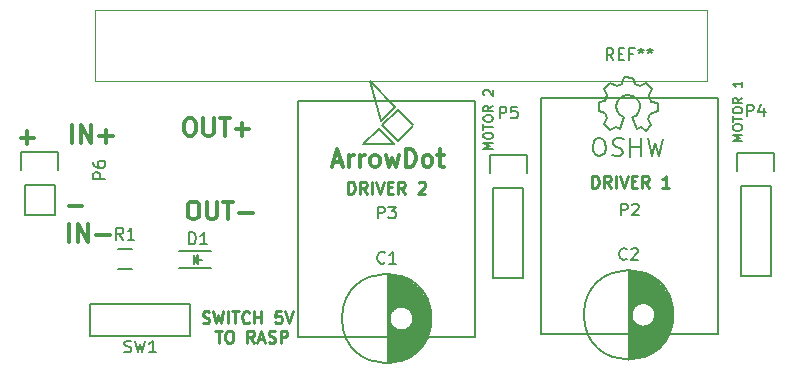
<source format=gbr>
G04 #@! TF.FileFunction,Legend,Top*
%FSLAX46Y46*%
G04 Gerber Fmt 4.6, Leading zero omitted, Abs format (unit mm)*
G04 Created by KiCad (PCBNEW 4.0.2+dfsg1-stable) date ថ្ងៃ​ព្រហស្បតិ៍ ថ្ងៃ 15 ខែ មិនា ឆ្នាំ  2018, 15 ម៉ោង m នាទី 55 វិនាទី​*
%MOMM*%
G01*
G04 APERTURE LIST*
%ADD10C,0.100000*%
%ADD11C,0.300000*%
%ADD12C,0.150000*%
%ADD13C,0.200000*%
%ADD14C,0.250000*%
G04 APERTURE END LIST*
D10*
D11*
X147892857Y-106900000D02*
X148607143Y-106900000D01*
X147750000Y-107328571D02*
X148250000Y-105828571D01*
X148750000Y-107328571D01*
X149250000Y-107328571D02*
X149250000Y-106328571D01*
X149250000Y-106614286D02*
X149321428Y-106471429D01*
X149392857Y-106400000D01*
X149535714Y-106328571D01*
X149678571Y-106328571D01*
X150178571Y-107328571D02*
X150178571Y-106328571D01*
X150178571Y-106614286D02*
X150249999Y-106471429D01*
X150321428Y-106400000D01*
X150464285Y-106328571D01*
X150607142Y-106328571D01*
X151321428Y-107328571D02*
X151178570Y-107257143D01*
X151107142Y-107185714D01*
X151035713Y-107042857D01*
X151035713Y-106614286D01*
X151107142Y-106471429D01*
X151178570Y-106400000D01*
X151321428Y-106328571D01*
X151535713Y-106328571D01*
X151678570Y-106400000D01*
X151749999Y-106471429D01*
X151821428Y-106614286D01*
X151821428Y-107042857D01*
X151749999Y-107185714D01*
X151678570Y-107257143D01*
X151535713Y-107328571D01*
X151321428Y-107328571D01*
X152321428Y-106328571D02*
X152607142Y-107328571D01*
X152892856Y-106614286D01*
X153178571Y-107328571D01*
X153464285Y-106328571D01*
X154035714Y-107328571D02*
X154035714Y-105828571D01*
X154392857Y-105828571D01*
X154607142Y-105900000D01*
X154750000Y-106042857D01*
X154821428Y-106185714D01*
X154892857Y-106471429D01*
X154892857Y-106685714D01*
X154821428Y-106971429D01*
X154750000Y-107114286D01*
X154607142Y-107257143D01*
X154392857Y-107328571D01*
X154035714Y-107328571D01*
X155750000Y-107328571D02*
X155607142Y-107257143D01*
X155535714Y-107185714D01*
X155464285Y-107042857D01*
X155464285Y-106614286D01*
X155535714Y-106471429D01*
X155607142Y-106400000D01*
X155750000Y-106328571D01*
X155964285Y-106328571D01*
X156107142Y-106400000D01*
X156178571Y-106471429D01*
X156250000Y-106614286D01*
X156250000Y-107042857D01*
X156178571Y-107185714D01*
X156107142Y-107257143D01*
X155964285Y-107328571D01*
X155750000Y-107328571D01*
X156678571Y-106328571D02*
X157250000Y-106328571D01*
X156892857Y-105828571D02*
X156892857Y-107114286D01*
X156964285Y-107257143D01*
X157107143Y-107328571D01*
X157250000Y-107328571D01*
D12*
X151000000Y-100050000D02*
X151900000Y-103500000D01*
X153100000Y-102300000D02*
X151000000Y-100050000D01*
X151900000Y-103500000D02*
X153100000Y-102300000D01*
X153350000Y-102500000D02*
X152050000Y-103800000D01*
X154650000Y-103800000D02*
X153350000Y-102500000D01*
X153400000Y-105150000D02*
X154650000Y-103850000D01*
X152050000Y-103800000D02*
X153400000Y-105150000D01*
X153000000Y-105400000D02*
X151750000Y-104100000D01*
X150450000Y-105400000D02*
X153000000Y-105400000D01*
X151750000Y-104100000D02*
X150450000Y-105400000D01*
D13*
X161411905Y-105845238D02*
X160611905Y-105845238D01*
X161183333Y-105578571D01*
X160611905Y-105311904D01*
X161411905Y-105311904D01*
X160611905Y-104778571D02*
X160611905Y-104626190D01*
X160650000Y-104549999D01*
X160726190Y-104473809D01*
X160878571Y-104435714D01*
X161145238Y-104435714D01*
X161297619Y-104473809D01*
X161373810Y-104549999D01*
X161411905Y-104626190D01*
X161411905Y-104778571D01*
X161373810Y-104854761D01*
X161297619Y-104930952D01*
X161145238Y-104969047D01*
X160878571Y-104969047D01*
X160726190Y-104930952D01*
X160650000Y-104854761D01*
X160611905Y-104778571D01*
X160611905Y-104207143D02*
X160611905Y-103750000D01*
X161411905Y-103978571D02*
X160611905Y-103978571D01*
X160611905Y-103330952D02*
X160611905Y-103178571D01*
X160650000Y-103102380D01*
X160726190Y-103026190D01*
X160878571Y-102988095D01*
X161145238Y-102988095D01*
X161297619Y-103026190D01*
X161373810Y-103102380D01*
X161411905Y-103178571D01*
X161411905Y-103330952D01*
X161373810Y-103407142D01*
X161297619Y-103483333D01*
X161145238Y-103521428D01*
X160878571Y-103521428D01*
X160726190Y-103483333D01*
X160650000Y-103407142D01*
X160611905Y-103330952D01*
X161411905Y-102188095D02*
X161030952Y-102454762D01*
X161411905Y-102645238D02*
X160611905Y-102645238D01*
X160611905Y-102340476D01*
X160650000Y-102264285D01*
X160688095Y-102226190D01*
X160764286Y-102188095D01*
X160878571Y-102188095D01*
X160954762Y-102226190D01*
X160992857Y-102264285D01*
X161030952Y-102340476D01*
X161030952Y-102645238D01*
X160688095Y-101273809D02*
X160650000Y-101235714D01*
X160611905Y-101159523D01*
X160611905Y-100969047D01*
X160650000Y-100892857D01*
X160688095Y-100854761D01*
X160764286Y-100816666D01*
X160840476Y-100816666D01*
X160954762Y-100854761D01*
X161411905Y-101311904D01*
X161411905Y-100816666D01*
X182521905Y-105145238D02*
X181721905Y-105145238D01*
X182293333Y-104878571D01*
X181721905Y-104611904D01*
X182521905Y-104611904D01*
X181721905Y-104078571D02*
X181721905Y-103926190D01*
X181760000Y-103849999D01*
X181836190Y-103773809D01*
X181988571Y-103735714D01*
X182255238Y-103735714D01*
X182407619Y-103773809D01*
X182483810Y-103849999D01*
X182521905Y-103926190D01*
X182521905Y-104078571D01*
X182483810Y-104154761D01*
X182407619Y-104230952D01*
X182255238Y-104269047D01*
X181988571Y-104269047D01*
X181836190Y-104230952D01*
X181760000Y-104154761D01*
X181721905Y-104078571D01*
X181721905Y-103507143D02*
X181721905Y-103050000D01*
X182521905Y-103278571D02*
X181721905Y-103278571D01*
X181721905Y-102630952D02*
X181721905Y-102478571D01*
X181760000Y-102402380D01*
X181836190Y-102326190D01*
X181988571Y-102288095D01*
X182255238Y-102288095D01*
X182407619Y-102326190D01*
X182483810Y-102402380D01*
X182521905Y-102478571D01*
X182521905Y-102630952D01*
X182483810Y-102707142D01*
X182407619Y-102783333D01*
X182255238Y-102821428D01*
X181988571Y-102821428D01*
X181836190Y-102783333D01*
X181760000Y-102707142D01*
X181721905Y-102630952D01*
X182521905Y-101488095D02*
X182140952Y-101754762D01*
X182521905Y-101945238D02*
X181721905Y-101945238D01*
X181721905Y-101640476D01*
X181760000Y-101564285D01*
X181798095Y-101526190D01*
X181874286Y-101488095D01*
X181988571Y-101488095D01*
X182064762Y-101526190D01*
X182102857Y-101564285D01*
X182140952Y-101640476D01*
X182140952Y-101945238D01*
X182521905Y-100116666D02*
X182521905Y-100573809D01*
X182521905Y-100345238D02*
X181721905Y-100345238D01*
X181836190Y-100421428D01*
X181912381Y-100497619D01*
X181950476Y-100573809D01*
D14*
X169811905Y-109102381D02*
X169811905Y-108102381D01*
X170050000Y-108102381D01*
X170192858Y-108150000D01*
X170288096Y-108245238D01*
X170335715Y-108340476D01*
X170383334Y-108530952D01*
X170383334Y-108673810D01*
X170335715Y-108864286D01*
X170288096Y-108959524D01*
X170192858Y-109054762D01*
X170050000Y-109102381D01*
X169811905Y-109102381D01*
X171383334Y-109102381D02*
X171050000Y-108626190D01*
X170811905Y-109102381D02*
X170811905Y-108102381D01*
X171192858Y-108102381D01*
X171288096Y-108150000D01*
X171335715Y-108197619D01*
X171383334Y-108292857D01*
X171383334Y-108435714D01*
X171335715Y-108530952D01*
X171288096Y-108578571D01*
X171192858Y-108626190D01*
X170811905Y-108626190D01*
X171811905Y-109102381D02*
X171811905Y-108102381D01*
X172145238Y-108102381D02*
X172478571Y-109102381D01*
X172811905Y-108102381D01*
X173145238Y-108578571D02*
X173478572Y-108578571D01*
X173621429Y-109102381D02*
X173145238Y-109102381D01*
X173145238Y-108102381D01*
X173621429Y-108102381D01*
X174621429Y-109102381D02*
X174288095Y-108626190D01*
X174050000Y-109102381D02*
X174050000Y-108102381D01*
X174430953Y-108102381D01*
X174526191Y-108150000D01*
X174573810Y-108197619D01*
X174621429Y-108292857D01*
X174621429Y-108435714D01*
X174573810Y-108530952D01*
X174526191Y-108578571D01*
X174430953Y-108626190D01*
X174050000Y-108626190D01*
X176335715Y-109102381D02*
X175764286Y-109102381D01*
X176050000Y-109102381D02*
X176050000Y-108102381D01*
X175954762Y-108245238D01*
X175859524Y-108340476D01*
X175764286Y-108388095D01*
X149161905Y-109602381D02*
X149161905Y-108602381D01*
X149400000Y-108602381D01*
X149542858Y-108650000D01*
X149638096Y-108745238D01*
X149685715Y-108840476D01*
X149733334Y-109030952D01*
X149733334Y-109173810D01*
X149685715Y-109364286D01*
X149638096Y-109459524D01*
X149542858Y-109554762D01*
X149400000Y-109602381D01*
X149161905Y-109602381D01*
X150733334Y-109602381D02*
X150400000Y-109126190D01*
X150161905Y-109602381D02*
X150161905Y-108602381D01*
X150542858Y-108602381D01*
X150638096Y-108650000D01*
X150685715Y-108697619D01*
X150733334Y-108792857D01*
X150733334Y-108935714D01*
X150685715Y-109030952D01*
X150638096Y-109078571D01*
X150542858Y-109126190D01*
X150161905Y-109126190D01*
X151161905Y-109602381D02*
X151161905Y-108602381D01*
X151495238Y-108602381D02*
X151828571Y-109602381D01*
X152161905Y-108602381D01*
X152495238Y-109078571D02*
X152828572Y-109078571D01*
X152971429Y-109602381D02*
X152495238Y-109602381D01*
X152495238Y-108602381D01*
X152971429Y-108602381D01*
X153971429Y-109602381D02*
X153638095Y-109126190D01*
X153400000Y-109602381D02*
X153400000Y-108602381D01*
X153780953Y-108602381D01*
X153876191Y-108650000D01*
X153923810Y-108697619D01*
X153971429Y-108792857D01*
X153971429Y-108935714D01*
X153923810Y-109030952D01*
X153876191Y-109078571D01*
X153780953Y-109126190D01*
X153400000Y-109126190D01*
X155114286Y-108697619D02*
X155161905Y-108650000D01*
X155257143Y-108602381D01*
X155495239Y-108602381D01*
X155590477Y-108650000D01*
X155638096Y-108697619D01*
X155685715Y-108792857D01*
X155685715Y-108888095D01*
X155638096Y-109030952D01*
X155066667Y-109602381D01*
X155685715Y-109602381D01*
D11*
X135921428Y-110278571D02*
X136207142Y-110278571D01*
X136350000Y-110350000D01*
X136492857Y-110492857D01*
X136564285Y-110778571D01*
X136564285Y-111278571D01*
X136492857Y-111564286D01*
X136350000Y-111707143D01*
X136207142Y-111778571D01*
X135921428Y-111778571D01*
X135778571Y-111707143D01*
X135635714Y-111564286D01*
X135564285Y-111278571D01*
X135564285Y-110778571D01*
X135635714Y-110492857D01*
X135778571Y-110350000D01*
X135921428Y-110278571D01*
X137207143Y-110278571D02*
X137207143Y-111492857D01*
X137278571Y-111635714D01*
X137350000Y-111707143D01*
X137492857Y-111778571D01*
X137778571Y-111778571D01*
X137921429Y-111707143D01*
X137992857Y-111635714D01*
X138064286Y-111492857D01*
X138064286Y-110278571D01*
X138564286Y-110278571D02*
X139421429Y-110278571D01*
X138992858Y-111778571D02*
X138992858Y-110278571D01*
X139921429Y-111207143D02*
X141064286Y-111207143D01*
X135621428Y-103228571D02*
X135907142Y-103228571D01*
X136050000Y-103300000D01*
X136192857Y-103442857D01*
X136264285Y-103728571D01*
X136264285Y-104228571D01*
X136192857Y-104514286D01*
X136050000Y-104657143D01*
X135907142Y-104728571D01*
X135621428Y-104728571D01*
X135478571Y-104657143D01*
X135335714Y-104514286D01*
X135264285Y-104228571D01*
X135264285Y-103728571D01*
X135335714Y-103442857D01*
X135478571Y-103300000D01*
X135621428Y-103228571D01*
X136907143Y-103228571D02*
X136907143Y-104442857D01*
X136978571Y-104585714D01*
X137050000Y-104657143D01*
X137192857Y-104728571D01*
X137478571Y-104728571D01*
X137621429Y-104657143D01*
X137692857Y-104585714D01*
X137764286Y-104442857D01*
X137764286Y-103228571D01*
X138264286Y-103228571D02*
X139121429Y-103228571D01*
X138692858Y-104728571D02*
X138692858Y-103228571D01*
X139621429Y-104157143D02*
X140764286Y-104157143D01*
X140192857Y-104728571D02*
X140192857Y-103585714D01*
D14*
X136833333Y-120529762D02*
X136976190Y-120577381D01*
X137214286Y-120577381D01*
X137309524Y-120529762D01*
X137357143Y-120482143D01*
X137404762Y-120386905D01*
X137404762Y-120291667D01*
X137357143Y-120196429D01*
X137309524Y-120148810D01*
X137214286Y-120101190D01*
X137023809Y-120053571D01*
X136928571Y-120005952D01*
X136880952Y-119958333D01*
X136833333Y-119863095D01*
X136833333Y-119767857D01*
X136880952Y-119672619D01*
X136928571Y-119625000D01*
X137023809Y-119577381D01*
X137261905Y-119577381D01*
X137404762Y-119625000D01*
X137738095Y-119577381D02*
X137976190Y-120577381D01*
X138166667Y-119863095D01*
X138357143Y-120577381D01*
X138595238Y-119577381D01*
X138976190Y-120577381D02*
X138976190Y-119577381D01*
X139309523Y-119577381D02*
X139880952Y-119577381D01*
X139595237Y-120577381D02*
X139595237Y-119577381D01*
X140785714Y-120482143D02*
X140738095Y-120529762D01*
X140595238Y-120577381D01*
X140500000Y-120577381D01*
X140357142Y-120529762D01*
X140261904Y-120434524D01*
X140214285Y-120339286D01*
X140166666Y-120148810D01*
X140166666Y-120005952D01*
X140214285Y-119815476D01*
X140261904Y-119720238D01*
X140357142Y-119625000D01*
X140500000Y-119577381D01*
X140595238Y-119577381D01*
X140738095Y-119625000D01*
X140785714Y-119672619D01*
X141214285Y-120577381D02*
X141214285Y-119577381D01*
X141214285Y-120053571D02*
X141785714Y-120053571D01*
X141785714Y-120577381D02*
X141785714Y-119577381D01*
X143500000Y-119577381D02*
X143023809Y-119577381D01*
X142976190Y-120053571D01*
X143023809Y-120005952D01*
X143119047Y-119958333D01*
X143357143Y-119958333D01*
X143452381Y-120005952D01*
X143500000Y-120053571D01*
X143547619Y-120148810D01*
X143547619Y-120386905D01*
X143500000Y-120482143D01*
X143452381Y-120529762D01*
X143357143Y-120577381D01*
X143119047Y-120577381D01*
X143023809Y-120529762D01*
X142976190Y-120482143D01*
X143833333Y-119577381D02*
X144166666Y-120577381D01*
X144500000Y-119577381D01*
X137904762Y-121227381D02*
X138476191Y-121227381D01*
X138190476Y-122227381D02*
X138190476Y-121227381D01*
X139000000Y-121227381D02*
X139190477Y-121227381D01*
X139285715Y-121275000D01*
X139380953Y-121370238D01*
X139428572Y-121560714D01*
X139428572Y-121894048D01*
X139380953Y-122084524D01*
X139285715Y-122179762D01*
X139190477Y-122227381D01*
X139000000Y-122227381D01*
X138904762Y-122179762D01*
X138809524Y-122084524D01*
X138761905Y-121894048D01*
X138761905Y-121560714D01*
X138809524Y-121370238D01*
X138904762Y-121275000D01*
X139000000Y-121227381D01*
X141190477Y-122227381D02*
X140857143Y-121751190D01*
X140619048Y-122227381D02*
X140619048Y-121227381D01*
X141000001Y-121227381D01*
X141095239Y-121275000D01*
X141142858Y-121322619D01*
X141190477Y-121417857D01*
X141190477Y-121560714D01*
X141142858Y-121655952D01*
X141095239Y-121703571D01*
X141000001Y-121751190D01*
X140619048Y-121751190D01*
X141571429Y-121941667D02*
X142047620Y-121941667D01*
X141476191Y-122227381D02*
X141809524Y-121227381D01*
X142142858Y-122227381D01*
X142428572Y-122179762D02*
X142571429Y-122227381D01*
X142809525Y-122227381D01*
X142904763Y-122179762D01*
X142952382Y-122132143D01*
X143000001Y-122036905D01*
X143000001Y-121941667D01*
X142952382Y-121846429D01*
X142904763Y-121798810D01*
X142809525Y-121751190D01*
X142619048Y-121703571D01*
X142523810Y-121655952D01*
X142476191Y-121608333D01*
X142428572Y-121513095D01*
X142428572Y-121417857D01*
X142476191Y-121322619D01*
X142523810Y-121275000D01*
X142619048Y-121227381D01*
X142857144Y-121227381D01*
X143000001Y-121275000D01*
X143428572Y-122227381D02*
X143428572Y-121227381D01*
X143809525Y-121227381D01*
X143904763Y-121275000D01*
X143952382Y-121322619D01*
X144000001Y-121417857D01*
X144000001Y-121560714D01*
X143952382Y-121655952D01*
X143904763Y-121703571D01*
X143809525Y-121751190D01*
X143428572Y-121751190D01*
D11*
X125535714Y-113678571D02*
X125535714Y-112178571D01*
X126250000Y-113678571D02*
X126250000Y-112178571D01*
X127107143Y-113678571D01*
X127107143Y-112178571D01*
X127821429Y-113107143D02*
X128964286Y-113107143D01*
X125785714Y-105328571D02*
X125785714Y-103828571D01*
X126500000Y-105328571D02*
X126500000Y-103828571D01*
X127357143Y-105328571D01*
X127357143Y-103828571D01*
X128071429Y-104757143D02*
X129214286Y-104757143D01*
X128642857Y-105328571D02*
X128642857Y-104185714D01*
X126621428Y-110657143D02*
X125478571Y-110657143D01*
X122571428Y-104857143D02*
X121428571Y-104857143D01*
X122000000Y-105428571D02*
X122000000Y-104285714D01*
D10*
X179510000Y-100040000D02*
X127760000Y-100040000D01*
X179510000Y-94040000D02*
X179510000Y-100040000D01*
X127760000Y-94040000D02*
X179510000Y-94040000D01*
X127760000Y-100040000D02*
X127760000Y-94040000D01*
D12*
X182390000Y-108980000D02*
X182390000Y-116600000D01*
X184930000Y-108980000D02*
X184930000Y-116600000D01*
X185210000Y-106160000D02*
X185210000Y-107710000D01*
X182390000Y-116600000D02*
X184930000Y-116600000D01*
X184930000Y-108980000D02*
X182390000Y-108980000D01*
X182110000Y-107710000D02*
X182110000Y-106160000D01*
X182110000Y-106160000D02*
X185210000Y-106160000D01*
X152495000Y-116431000D02*
X152495000Y-123929000D01*
X152635000Y-116436000D02*
X152635000Y-123924000D01*
X152775000Y-116447000D02*
X152775000Y-119734000D01*
X152775000Y-120626000D02*
X152775000Y-123913000D01*
X152915000Y-116463000D02*
X152915000Y-119524000D01*
X152915000Y-120836000D02*
X152915000Y-123897000D01*
X153055000Y-116484000D02*
X153055000Y-119391000D01*
X153055000Y-120969000D02*
X153055000Y-123876000D01*
X153195000Y-116511000D02*
X153195000Y-119300000D01*
X153195000Y-121060000D02*
X153195000Y-123849000D01*
X153335000Y-116543000D02*
X153335000Y-119238000D01*
X153335000Y-121122000D02*
X153335000Y-123817000D01*
X153475000Y-116581000D02*
X153475000Y-119199000D01*
X153475000Y-121161000D02*
X153475000Y-123779000D01*
X153615000Y-116625000D02*
X153615000Y-119182000D01*
X153615000Y-121178000D02*
X153615000Y-123735000D01*
X153755000Y-116676000D02*
X153755000Y-119184000D01*
X153755000Y-121176000D02*
X153755000Y-123684000D01*
X153895000Y-116732000D02*
X153895000Y-119206000D01*
X153895000Y-121154000D02*
X153895000Y-123628000D01*
X154035000Y-116796000D02*
X154035000Y-119249000D01*
X154035000Y-121111000D02*
X154035000Y-123564000D01*
X154175000Y-116866000D02*
X154175000Y-119317000D01*
X154175000Y-121043000D02*
X154175000Y-123494000D01*
X154315000Y-116944000D02*
X154315000Y-119416000D01*
X154315000Y-120944000D02*
X154315000Y-123416000D01*
X154455000Y-117030000D02*
X154455000Y-119561000D01*
X154455000Y-120799000D02*
X154455000Y-123330000D01*
X154595000Y-117125000D02*
X154595000Y-119800000D01*
X154595000Y-120560000D02*
X154595000Y-123235000D01*
X154735000Y-117230000D02*
X154735000Y-123130000D01*
X154875000Y-117345000D02*
X154875000Y-123015000D01*
X155015000Y-117473000D02*
X155015000Y-122887000D01*
X155155000Y-117614000D02*
X155155000Y-122746000D01*
X155295000Y-117772000D02*
X155295000Y-122588000D01*
X155435000Y-117950000D02*
X155435000Y-122410000D01*
X155575000Y-118153000D02*
X155575000Y-122207000D01*
X155715000Y-118390000D02*
X155715000Y-121970000D01*
X155855000Y-118676000D02*
X155855000Y-121684000D01*
X155995000Y-119048000D02*
X155995000Y-121312000D01*
X156135000Y-119669000D02*
X156135000Y-120691000D01*
X154670000Y-120180000D02*
G75*
G03X154670000Y-120180000I-1000000J0D01*
G01*
X156207500Y-120180000D02*
G75*
G03X156207500Y-120180000I-3787500J0D01*
G01*
X172975000Y-116121000D02*
X172975000Y-123619000D01*
X173115000Y-116126000D02*
X173115000Y-123614000D01*
X173255000Y-116137000D02*
X173255000Y-119424000D01*
X173255000Y-120316000D02*
X173255000Y-123603000D01*
X173395000Y-116153000D02*
X173395000Y-119214000D01*
X173395000Y-120526000D02*
X173395000Y-123587000D01*
X173535000Y-116174000D02*
X173535000Y-119081000D01*
X173535000Y-120659000D02*
X173535000Y-123566000D01*
X173675000Y-116201000D02*
X173675000Y-118990000D01*
X173675000Y-120750000D02*
X173675000Y-123539000D01*
X173815000Y-116233000D02*
X173815000Y-118928000D01*
X173815000Y-120812000D02*
X173815000Y-123507000D01*
X173955000Y-116271000D02*
X173955000Y-118889000D01*
X173955000Y-120851000D02*
X173955000Y-123469000D01*
X174095000Y-116315000D02*
X174095000Y-118872000D01*
X174095000Y-120868000D02*
X174095000Y-123425000D01*
X174235000Y-116366000D02*
X174235000Y-118874000D01*
X174235000Y-120866000D02*
X174235000Y-123374000D01*
X174375000Y-116422000D02*
X174375000Y-118896000D01*
X174375000Y-120844000D02*
X174375000Y-123318000D01*
X174515000Y-116486000D02*
X174515000Y-118939000D01*
X174515000Y-120801000D02*
X174515000Y-123254000D01*
X174655000Y-116556000D02*
X174655000Y-119007000D01*
X174655000Y-120733000D02*
X174655000Y-123184000D01*
X174795000Y-116634000D02*
X174795000Y-119106000D01*
X174795000Y-120634000D02*
X174795000Y-123106000D01*
X174935000Y-116720000D02*
X174935000Y-119251000D01*
X174935000Y-120489000D02*
X174935000Y-123020000D01*
X175075000Y-116815000D02*
X175075000Y-119490000D01*
X175075000Y-120250000D02*
X175075000Y-122925000D01*
X175215000Y-116920000D02*
X175215000Y-122820000D01*
X175355000Y-117035000D02*
X175355000Y-122705000D01*
X175495000Y-117163000D02*
X175495000Y-122577000D01*
X175635000Y-117304000D02*
X175635000Y-122436000D01*
X175775000Y-117462000D02*
X175775000Y-122278000D01*
X175915000Y-117640000D02*
X175915000Y-122100000D01*
X176055000Y-117843000D02*
X176055000Y-121897000D01*
X176195000Y-118080000D02*
X176195000Y-121660000D01*
X176335000Y-118366000D02*
X176335000Y-121374000D01*
X176475000Y-118738000D02*
X176475000Y-121002000D01*
X176615000Y-119359000D02*
X176615000Y-120381000D01*
X175150000Y-119870000D02*
G75*
G03X175150000Y-119870000I-1000000J0D01*
G01*
X176687500Y-119870000D02*
G75*
G03X176687500Y-119870000I-3787500J0D01*
G01*
X134829020Y-115940000D02*
X137529020Y-115940000D01*
X134829020Y-114440000D02*
X137529020Y-114440000D01*
X136329020Y-115340000D02*
X136329020Y-115090000D01*
X136329020Y-115090000D02*
X136179020Y-115240000D01*
X136079020Y-114840000D02*
X136079020Y-115540000D01*
X136429020Y-115190000D02*
X136779020Y-115190000D01*
X136079020Y-115190000D02*
X136429020Y-114840000D01*
X136429020Y-114840000D02*
X136429020Y-115540000D01*
X136429020Y-115540000D02*
X136079020Y-115190000D01*
X180490000Y-121500000D02*
X180490000Y-101500000D01*
X180490000Y-101500000D02*
X165490000Y-101500000D01*
X165490000Y-101500000D02*
X165490000Y-121500000D01*
X165490000Y-121500000D02*
X180490000Y-121500000D01*
X159900000Y-121760000D02*
X159900000Y-101760000D01*
X159900000Y-101760000D02*
X144900000Y-101760000D01*
X144900000Y-101760000D02*
X144900000Y-121760000D01*
X144900000Y-121760000D02*
X159900000Y-121760000D01*
X121480000Y-106060000D02*
X121480000Y-107610000D01*
X121760000Y-111420000D02*
X121760000Y-108880000D01*
X121760000Y-108880000D02*
X124300000Y-108880000D01*
X124580000Y-107610000D02*
X124580000Y-106060000D01*
X124580000Y-106060000D02*
X121480000Y-106060000D01*
X124300000Y-108880000D02*
X124300000Y-111420000D01*
X124300000Y-111420000D02*
X121760000Y-111420000D01*
X130870000Y-116015000D02*
X129670000Y-116015000D01*
X129670000Y-114265000D02*
X130870000Y-114265000D01*
X161450000Y-109150000D02*
X161450000Y-116770000D01*
X163990000Y-109150000D02*
X163990000Y-116770000D01*
X164270000Y-106330000D02*
X164270000Y-107880000D01*
X161450000Y-116770000D02*
X163990000Y-116770000D01*
X163990000Y-109150000D02*
X161450000Y-109150000D01*
X161170000Y-107880000D02*
X161170000Y-106330000D01*
X161170000Y-106330000D02*
X164270000Y-106330000D01*
X135770000Y-118930000D02*
X127270000Y-118930000D01*
X135770000Y-121630000D02*
X135770000Y-118930000D01*
X127270000Y-121630000D02*
X135770000Y-121630000D01*
X127270000Y-118930000D02*
X127270000Y-121630000D01*
X174518780Y-104939860D02*
X174879460Y-106410520D01*
X174879460Y-106410520D02*
X175158860Y-105348800D01*
X175158860Y-105348800D02*
X175468740Y-106420680D01*
X175468740Y-106420680D02*
X175809100Y-104970340D01*
X173098920Y-105630740D02*
X173888860Y-105620580D01*
X173888860Y-105620580D02*
X173899020Y-105630740D01*
X173899020Y-105630740D02*
X173899020Y-105620580D01*
X173939660Y-104909380D02*
X173939660Y-106451160D01*
X173050660Y-104899220D02*
X173050660Y-106468940D01*
X173050660Y-106468940D02*
X173060820Y-106458780D01*
X172499480Y-105000820D02*
X172148960Y-104919540D01*
X172148960Y-104919540D02*
X171828920Y-104909380D01*
X171828920Y-104909380D02*
X171590160Y-105110040D01*
X171590160Y-105110040D02*
X171559680Y-105379280D01*
X171559680Y-105379280D02*
X171800980Y-105620580D01*
X171800980Y-105620580D02*
X172189600Y-105750120D01*
X172189600Y-105750120D02*
X172369940Y-105910140D01*
X172369940Y-105910140D02*
X172410580Y-106209860D01*
X172410580Y-106209860D02*
X172179440Y-106430840D01*
X172179440Y-106430840D02*
X171859400Y-106458780D01*
X171859400Y-106458780D02*
X171508880Y-106349560D01*
X170470020Y-104899220D02*
X170221100Y-104919540D01*
X170221100Y-104919540D02*
X169979800Y-105160840D01*
X169979800Y-105160840D02*
X169890900Y-105651060D01*
X169890900Y-105651060D02*
X169918840Y-105999040D01*
X169918840Y-105999040D02*
X170119500Y-106319080D01*
X170119500Y-106319080D02*
X170370960Y-106441000D01*
X170370960Y-106441000D02*
X170680840Y-106369880D01*
X170680840Y-106369880D02*
X170899280Y-106189540D01*
X170899280Y-106189540D02*
X170970400Y-105729800D01*
X170970400Y-105729800D02*
X170919600Y-105320860D01*
X170919600Y-105320860D02*
X170810380Y-105038920D01*
X170810380Y-105038920D02*
X170449700Y-104909380D01*
X171069460Y-103179640D02*
X170810380Y-103740980D01*
X170810380Y-103740980D02*
X171348860Y-104259140D01*
X171348860Y-104259140D02*
X171869560Y-103989900D01*
X171869560Y-103989900D02*
X172148960Y-104149920D01*
X173589140Y-104129600D02*
X173919340Y-103939100D01*
X173919340Y-103939100D02*
X174358760Y-104269300D01*
X174358760Y-104269300D02*
X174831200Y-103779080D01*
X174831200Y-103779080D02*
X174549260Y-103299020D01*
X174549260Y-103299020D02*
X174739760Y-102829120D01*
X174739760Y-102829120D02*
X175349360Y-102641160D01*
X175349360Y-102641160D02*
X175349360Y-101960440D01*
X175349360Y-101960440D02*
X174790560Y-101820740D01*
X174790560Y-101820740D02*
X174589900Y-101249240D01*
X174589900Y-101249240D02*
X174859140Y-100779340D01*
X174859140Y-100779340D02*
X174389240Y-100268800D01*
X174389240Y-100268800D02*
X173871080Y-100530420D01*
X173871080Y-100530420D02*
X173401180Y-100329760D01*
X173401180Y-100329760D02*
X173231000Y-99788740D01*
X173231000Y-99788740D02*
X172540120Y-99770960D01*
X172540120Y-99770960D02*
X172329300Y-100319600D01*
X172329300Y-100319600D02*
X171910200Y-100489780D01*
X171910200Y-100489780D02*
X171359020Y-100220540D01*
X171359020Y-100220540D02*
X170840860Y-100748860D01*
X170840860Y-100748860D02*
X171089780Y-101289880D01*
X171089780Y-101289880D02*
X170919600Y-101769940D01*
X170919600Y-101769940D02*
X170370960Y-101869000D01*
X170370960Y-101869000D02*
X170360800Y-102570040D01*
X170360800Y-102570040D02*
X170919600Y-102770700D01*
X170919600Y-102770700D02*
X171059300Y-103169480D01*
X173200520Y-103149160D02*
X173500240Y-102999300D01*
X173500240Y-102999300D02*
X173700900Y-102801180D01*
X173700900Y-102801180D02*
X173850760Y-102399860D01*
X173850760Y-102399860D02*
X173850760Y-102001080D01*
X173850760Y-102001080D02*
X173700900Y-101650560D01*
X173700900Y-101650560D02*
X173248780Y-101300040D01*
X173248780Y-101300040D02*
X172799200Y-101249240D01*
X172799200Y-101249240D02*
X172400420Y-101350840D01*
X172400420Y-101350840D02*
X171999100Y-101698820D01*
X171999100Y-101698820D02*
X171849240Y-102150940D01*
X171849240Y-102150940D02*
X171900040Y-102648780D01*
X171900040Y-102648780D02*
X172148960Y-102951040D01*
X172148960Y-102951040D02*
X172499480Y-103149160D01*
X172499480Y-103149160D02*
X172148960Y-104149920D01*
X173200520Y-103149160D02*
X173599300Y-104149920D01*
X182921905Y-103062381D02*
X182921905Y-102062381D01*
X183302858Y-102062381D01*
X183398096Y-102110000D01*
X183445715Y-102157619D01*
X183493334Y-102252857D01*
X183493334Y-102395714D01*
X183445715Y-102490952D01*
X183398096Y-102538571D01*
X183302858Y-102586190D01*
X182921905Y-102586190D01*
X184350477Y-102395714D02*
X184350477Y-103062381D01*
X184112381Y-102014762D02*
X183874286Y-102729048D01*
X184493334Y-102729048D01*
X152253334Y-115437143D02*
X152205715Y-115484762D01*
X152062858Y-115532381D01*
X151967620Y-115532381D01*
X151824762Y-115484762D01*
X151729524Y-115389524D01*
X151681905Y-115294286D01*
X151634286Y-115103810D01*
X151634286Y-114960952D01*
X151681905Y-114770476D01*
X151729524Y-114675238D01*
X151824762Y-114580000D01*
X151967620Y-114532381D01*
X152062858Y-114532381D01*
X152205715Y-114580000D01*
X152253334Y-114627619D01*
X153205715Y-115532381D02*
X152634286Y-115532381D01*
X152920000Y-115532381D02*
X152920000Y-114532381D01*
X152824762Y-114675238D01*
X152729524Y-114770476D01*
X152634286Y-114818095D01*
X172733334Y-115127143D02*
X172685715Y-115174762D01*
X172542858Y-115222381D01*
X172447620Y-115222381D01*
X172304762Y-115174762D01*
X172209524Y-115079524D01*
X172161905Y-114984286D01*
X172114286Y-114793810D01*
X172114286Y-114650952D01*
X172161905Y-114460476D01*
X172209524Y-114365238D01*
X172304762Y-114270000D01*
X172447620Y-114222381D01*
X172542858Y-114222381D01*
X172685715Y-114270000D01*
X172733334Y-114317619D01*
X173114286Y-114317619D02*
X173161905Y-114270000D01*
X173257143Y-114222381D01*
X173495239Y-114222381D01*
X173590477Y-114270000D01*
X173638096Y-114317619D01*
X173685715Y-114412857D01*
X173685715Y-114508095D01*
X173638096Y-114650952D01*
X173066667Y-115222381D01*
X173685715Y-115222381D01*
X135690925Y-113892381D02*
X135690925Y-112892381D01*
X135929020Y-112892381D01*
X136071878Y-112940000D01*
X136167116Y-113035238D01*
X136214735Y-113130476D01*
X136262354Y-113320952D01*
X136262354Y-113463810D01*
X136214735Y-113654286D01*
X136167116Y-113749524D01*
X136071878Y-113844762D01*
X135929020Y-113892381D01*
X135690925Y-113892381D01*
X137214735Y-113892381D02*
X136643306Y-113892381D01*
X136929020Y-113892381D02*
X136929020Y-112892381D01*
X136833782Y-113035238D01*
X136738544Y-113130476D01*
X136643306Y-113178095D01*
X172251905Y-111452381D02*
X172251905Y-110452381D01*
X172632858Y-110452381D01*
X172728096Y-110500000D01*
X172775715Y-110547619D01*
X172823334Y-110642857D01*
X172823334Y-110785714D01*
X172775715Y-110880952D01*
X172728096Y-110928571D01*
X172632858Y-110976190D01*
X172251905Y-110976190D01*
X173204286Y-110547619D02*
X173251905Y-110500000D01*
X173347143Y-110452381D01*
X173585239Y-110452381D01*
X173680477Y-110500000D01*
X173728096Y-110547619D01*
X173775715Y-110642857D01*
X173775715Y-110738095D01*
X173728096Y-110880952D01*
X173156667Y-111452381D01*
X173775715Y-111452381D01*
X151661905Y-111712381D02*
X151661905Y-110712381D01*
X152042858Y-110712381D01*
X152138096Y-110760000D01*
X152185715Y-110807619D01*
X152233334Y-110902857D01*
X152233334Y-111045714D01*
X152185715Y-111140952D01*
X152138096Y-111188571D01*
X152042858Y-111236190D01*
X151661905Y-111236190D01*
X152566667Y-110712381D02*
X153185715Y-110712381D01*
X152852381Y-111093333D01*
X152995239Y-111093333D01*
X153090477Y-111140952D01*
X153138096Y-111188571D01*
X153185715Y-111283810D01*
X153185715Y-111521905D01*
X153138096Y-111617143D01*
X153090477Y-111664762D01*
X152995239Y-111712381D01*
X152709524Y-111712381D01*
X152614286Y-111664762D01*
X152566667Y-111617143D01*
X128582381Y-108348095D02*
X127582381Y-108348095D01*
X127582381Y-107967142D01*
X127630000Y-107871904D01*
X127677619Y-107824285D01*
X127772857Y-107776666D01*
X127915714Y-107776666D01*
X128010952Y-107824285D01*
X128058571Y-107871904D01*
X128106190Y-107967142D01*
X128106190Y-108348095D01*
X127582381Y-106919523D02*
X127582381Y-107110000D01*
X127630000Y-107205238D01*
X127677619Y-107252857D01*
X127820476Y-107348095D01*
X128010952Y-107395714D01*
X128391905Y-107395714D01*
X128487143Y-107348095D01*
X128534762Y-107300476D01*
X128582381Y-107205238D01*
X128582381Y-107014761D01*
X128534762Y-106919523D01*
X128487143Y-106871904D01*
X128391905Y-106824285D01*
X128153810Y-106824285D01*
X128058571Y-106871904D01*
X128010952Y-106919523D01*
X127963333Y-107014761D01*
X127963333Y-107205238D01*
X128010952Y-107300476D01*
X128058571Y-107348095D01*
X128153810Y-107395714D01*
X130103334Y-113492381D02*
X129770000Y-113016190D01*
X129531905Y-113492381D02*
X129531905Y-112492381D01*
X129912858Y-112492381D01*
X130008096Y-112540000D01*
X130055715Y-112587619D01*
X130103334Y-112682857D01*
X130103334Y-112825714D01*
X130055715Y-112920952D01*
X130008096Y-112968571D01*
X129912858Y-113016190D01*
X129531905Y-113016190D01*
X131055715Y-113492381D02*
X130484286Y-113492381D01*
X130770000Y-113492381D02*
X130770000Y-112492381D01*
X130674762Y-112635238D01*
X130579524Y-112730476D01*
X130484286Y-112778095D01*
X161981905Y-103232381D02*
X161981905Y-102232381D01*
X162362858Y-102232381D01*
X162458096Y-102280000D01*
X162505715Y-102327619D01*
X162553334Y-102422857D01*
X162553334Y-102565714D01*
X162505715Y-102660952D01*
X162458096Y-102708571D01*
X162362858Y-102756190D01*
X161981905Y-102756190D01*
X163458096Y-102232381D02*
X162981905Y-102232381D01*
X162934286Y-102708571D01*
X162981905Y-102660952D01*
X163077143Y-102613333D01*
X163315239Y-102613333D01*
X163410477Y-102660952D01*
X163458096Y-102708571D01*
X163505715Y-102803810D01*
X163505715Y-103041905D01*
X163458096Y-103137143D01*
X163410477Y-103184762D01*
X163315239Y-103232381D01*
X163077143Y-103232381D01*
X162981905Y-103184762D01*
X162934286Y-103137143D01*
X130216667Y-123004762D02*
X130359524Y-123052381D01*
X130597620Y-123052381D01*
X130692858Y-123004762D01*
X130740477Y-122957143D01*
X130788096Y-122861905D01*
X130788096Y-122766667D01*
X130740477Y-122671429D01*
X130692858Y-122623810D01*
X130597620Y-122576190D01*
X130407143Y-122528571D01*
X130311905Y-122480952D01*
X130264286Y-122433333D01*
X130216667Y-122338095D01*
X130216667Y-122242857D01*
X130264286Y-122147619D01*
X130311905Y-122100000D01*
X130407143Y-122052381D01*
X130645239Y-122052381D01*
X130788096Y-122100000D01*
X131121429Y-122052381D02*
X131359524Y-123052381D01*
X131550001Y-122338095D01*
X131740477Y-123052381D01*
X131978572Y-122052381D01*
X132883334Y-123052381D02*
X132311905Y-123052381D01*
X132597619Y-123052381D02*
X132597619Y-122052381D01*
X132502381Y-122195238D01*
X132407143Y-122290476D01*
X132311905Y-122338095D01*
X171615727Y-98313261D02*
X171282393Y-97837070D01*
X171044298Y-98313261D02*
X171044298Y-97313261D01*
X171425251Y-97313261D01*
X171520489Y-97360880D01*
X171568108Y-97408499D01*
X171615727Y-97503737D01*
X171615727Y-97646594D01*
X171568108Y-97741832D01*
X171520489Y-97789451D01*
X171425251Y-97837070D01*
X171044298Y-97837070D01*
X172044298Y-97789451D02*
X172377632Y-97789451D01*
X172520489Y-98313261D02*
X172044298Y-98313261D01*
X172044298Y-97313261D01*
X172520489Y-97313261D01*
X173282394Y-97789451D02*
X172949060Y-97789451D01*
X172949060Y-98313261D02*
X172949060Y-97313261D01*
X173425251Y-97313261D01*
X173949060Y-97313261D02*
X173949060Y-97551356D01*
X173710965Y-97456118D02*
X173949060Y-97551356D01*
X174187156Y-97456118D01*
X173806203Y-97741832D02*
X173949060Y-97551356D01*
X174091918Y-97741832D01*
X174710965Y-97313261D02*
X174710965Y-97551356D01*
X174472870Y-97456118D02*
X174710965Y-97551356D01*
X174949061Y-97456118D01*
X174568108Y-97741832D02*
X174710965Y-97551356D01*
X174853823Y-97741832D01*
M02*

</source>
